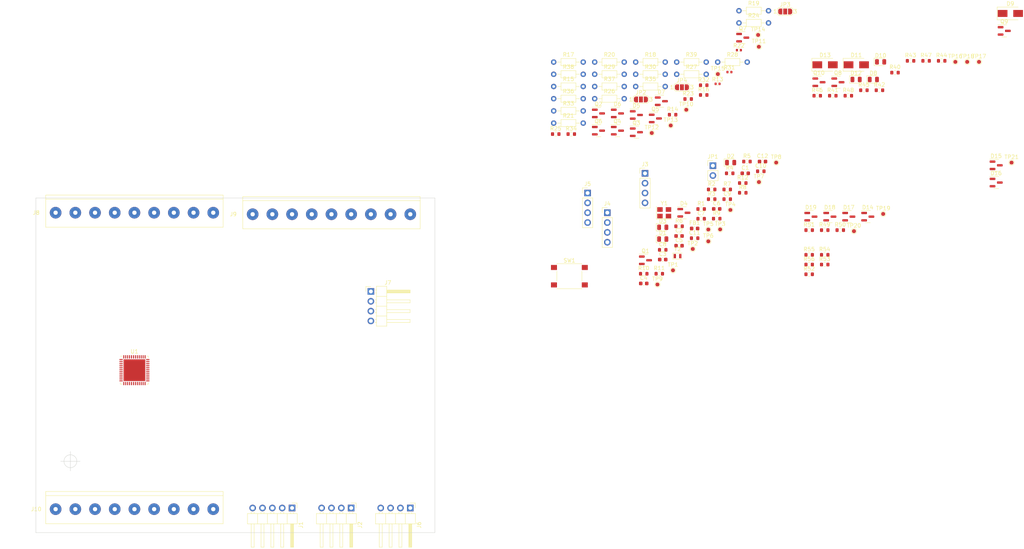
<source format=kicad_pcb>
(kicad_pcb (version 20211014) (generator pcbnew)

  (general
    (thickness 1.6)
  )

  (paper "A4")
  (title_block
    (title "FloatPUMP Basic Boards")
    (date "2022-11-22")
    (rev "1.0")
    (company "www.robtor.de")
  )

  (layers
    (0 "F.Cu" signal)
    (31 "B.Cu" signal)
    (32 "B.Adhes" user "B.Adhesive")
    (33 "F.Adhes" user "F.Adhesive")
    (34 "B.Paste" user)
    (35 "F.Paste" user)
    (36 "B.SilkS" user "B.Silkscreen")
    (37 "F.SilkS" user "F.Silkscreen")
    (38 "B.Mask" user)
    (39 "F.Mask" user)
    (40 "Dwgs.User" user "User.Drawings")
    (41 "Cmts.User" user "User.Comments")
    (42 "Eco1.User" user "User.Eco1")
    (43 "Eco2.User" user "User.Eco2")
    (44 "Edge.Cuts" user)
    (45 "Margin" user)
    (46 "B.CrtYd" user "B.Courtyard")
    (47 "F.CrtYd" user "F.Courtyard")
    (48 "B.Fab" user)
    (49 "F.Fab" user)
    (50 "User.1" user)
    (51 "User.2" user)
    (52 "User.3" user)
    (53 "User.4" user)
    (54 "User.5" user)
    (55 "User.6" user)
    (56 "User.7" user)
    (57 "User.8" user)
    (58 "User.9" user)
  )

  (setup
    (stackup
      (layer "F.SilkS" (type "Top Silk Screen"))
      (layer "F.Paste" (type "Top Solder Paste"))
      (layer "F.Mask" (type "Top Solder Mask") (thickness 0.01))
      (layer "F.Cu" (type "copper") (thickness 0.035))
      (layer "dielectric 1" (type "core") (thickness 1.51) (material "FR4") (epsilon_r 4.5) (loss_tangent 0.02))
      (layer "B.Cu" (type "copper") (thickness 0.035))
      (layer "B.Mask" (type "Bottom Solder Mask") (thickness 0.01))
      (layer "B.Paste" (type "Bottom Solder Paste"))
      (layer "B.SilkS" (type "Bottom Silk Screen"))
      (copper_finish "None")
      (dielectric_constraints no)
    )
    (pad_to_mask_clearance 0)
    (pcbplotparams
      (layerselection 0x00010fc_ffffffff)
      (disableapertmacros false)
      (usegerberextensions false)
      (usegerberattributes true)
      (usegerberadvancedattributes true)
      (creategerberjobfile true)
      (svguseinch false)
      (svgprecision 6)
      (excludeedgelayer true)
      (plotframeref false)
      (viasonmask false)
      (mode 1)
      (useauxorigin false)
      (hpglpennumber 1)
      (hpglpenspeed 20)
      (hpglpendiameter 15.000000)
      (dxfpolygonmode true)
      (dxfimperialunits true)
      (dxfusepcbnewfont true)
      (psnegative false)
      (psa4output false)
      (plotreference true)
      (plotvalue true)
      (plotinvisibletext false)
      (sketchpadsonfab false)
      (subtractmaskfromsilk false)
      (outputformat 1)
      (mirror false)
      (drillshape 1)
      (scaleselection 1)
      (outputdirectory "")
    )
  )

  (net 0 "")
  (net 1 "Net-(C1-Pad1)")
  (net 2 "GND")
  (net 3 "Net-(C2-Pad1)")
  (net 4 "Net-(C3-Pad1)")
  (net 5 "Net-(C4-Pad1)")
  (net 6 "Net-(C5-Pad1)")
  (net 7 "Net-(C6-Pad1)")
  (net 8 "+3V3")
  (net 9 "/VBAT")
  (net 10 "/NRST")
  (net 11 "Net-(D1-Pad1)")
  (net 12 "+3.3V")
  (net 13 "Net-(D2-Pad1)")
  (net 14 "Net-(D3-Pad1)")
  (net 15 "/VB")
  (net 16 "/ADC1_0")
  (net 17 "/ADC1_1")
  (net 18 "/ADC1_2")
  (net 19 "/Output Channels/REL0-")
  (net 20 "Net-(D8-Pad2)")
  (net 21 "+24V")
  (net 22 "/Output Channels/REL1-")
  (net 23 "Net-(D10-Pad2)")
  (net 24 "/Output Channels/REL2-")
  (net 25 "Net-(D12-Pad2)")
  (net 26 "/GPI0")
  (net 27 "/GPI1")
  (net 28 "/GPI2")
  (net 29 "/RRDT")
  (net 30 "/RRCLK")
  (net 31 "/RRSW")
  (net 32 "+5V")
  (net 33 "/I2C1_SDA")
  (net 34 "/I2C1_SCL")
  (net 35 "/supply/GND")
  (net 36 "/supply/3.3V_OUT")
  (net 37 "/supply/5V_OUT")
  (net 38 "/supply/24V_IN")
  (net 39 "Net-(J5-Pad2)")
  (net 40 "Net-(J5-Pad3)")
  (net 41 "Net-(J5-Pad4)")
  (net 42 "/USART1_TX")
  (net 43 "/USART1_RX")
  (net 44 "/SWDIO")
  (net 45 "/SWCLK")
  (net 46 "/Input Channels/SENS0+")
  (net 47 "/Input Channels/SENS1+")
  (net 48 "/Input Channels/SENS2+")
  (net 49 "unconnected-(J8-Pad7)")
  (net 50 "unconnected-(J8-Pad8)")
  (net 51 "unconnected-(J8-Pad9)")
  (net 52 "unconnected-(J9-Pad7)")
  (net 53 "unconnected-(J9-Pad8)")
  (net 54 "unconnected-(J9-Pad9)")
  (net 55 "/gpi_channels/GPIT0")
  (net 56 "/gpi_channels/GPIT1")
  (net 57 "/gpi_channels/GPIT2")
  (net 58 "unconnected-(J10-Pad7)")
  (net 59 "unconnected-(J10-Pad8)")
  (net 60 "unconnected-(J10-Pad9)")
  (net 61 "/BOOT0")
  (net 62 "Net-(JP2-Pad2)")
  (net 63 "Net-(JP2-Pad3)")
  (net 64 "Net-(JP3-Pad2)")
  (net 65 "Net-(JP3-Pad3)")
  (net 66 "Net-(JP4-Pad2)")
  (net 67 "Net-(JP4-Pad3)")
  (net 68 "Net-(R9-Pad2)")
  (net 69 "Net-(LS1-Pad2)")
  (net 70 "Net-(Q2-Pad1)")
  (net 71 "Net-(Q2-Pad3)")
  (net 72 "Net-(R22-Pad2)")
  (net 73 "Net-(Q5-Pad1)")
  (net 74 "Net-(R31-Pad2)")
  (net 75 "Net-(Q7-Pad1)")
  (net 76 "Net-(Q8-Pad1)")
  (net 77 "Net-(Q9-Pad1)")
  (net 78 "Net-(Q10-Pad1)")
  (net 79 "/LED0")
  (net 80 "/LED1")
  (net 81 "/LED2")
  (net 82 "/LED5")
  (net 83 "/LED4")
  (net 84 "/LED3")
  (net 85 "/BEEP")
  (net 86 "/MPWR0")
  (net 87 "/MPWR1")
  (net 88 "/MPWR2")
  (net 89 "/OCHAN0")
  (net 90 "/OCHAN1")
  (net 91 "/OCHAN2")
  (net 92 "/usb_conn/U_D-")
  (net 93 "/USB_FS_DM")
  (net 94 "/usb_conn/U_D+")
  (net 95 "/USB_FS_DP")
  (net 96 "/usb_conn/U_VBUS")
  (net 97 "/USB_FS_VBUS")
  (net 98 "/usb_conn/CC")
  (net 99 "Net-(U1-Pad2)")

  (footprint "Package_TO_SOT_SMD:SOT-23" (layer "F.Cu") (at 175.32 55.03))

  (footprint "Resistor_SMD:R_0402_1005Metric" (layer "F.Cu") (at 204.2 39.9))

  (footprint "Capacitor_SMD:C_0603_1608Metric" (layer "F.Cu") (at 212.73 63))

  (footprint "TestPoint:TestPoint_Pad_D1.0mm" (layer "F.Cu") (at 211.6 30.33))

  (footprint "TestPoint:TestPoint_Pad_D1.0mm" (layer "F.Cu") (at 211.81 68.29))

  (footprint "Package_TO_SOT_SMD:SOT-23" (layer "F.Cu") (at 180.21 50.98))

  (footprint "Resistor_SMD:R_0603_1608Metric" (layer "F.Cu") (at 163.43 55.91))

  (footprint "TestPoint:TestPoint_Pad_D1.0mm" (layer "F.Cu") (at 268.55 37.28))

  (footprint "LED_SMD:LED_0805_2012Metric" (layer "F.Cu") (at 243.18 37.275))

  (footprint "Resistor_SMD:R_0402_1005Metric" (layer "F.Cu") (at 206.64 34.25))

  (footprint "Resistor_SMD:R_0603_1608Metric" (layer "F.Cu") (at 203.63 72.71))

  (footprint "TestPoint:TestPoint_Pad_D1.0mm" (layer "F.Cu") (at 243.84 76.52))

  (footprint "Resistor_SMD:R_0603_1608Metric" (layer "F.Cu") (at 199.62 70.2))

  (footprint "custom_parts:CAMBLOCK CTB0509-9" (layer "F.Cu") (at 30.48 152.7))

  (footprint "Resistor_THT:R_Axial_DIN0204_L3.6mm_D1.6mm_P7.62mm_Horizontal" (layer "F.Cu") (at 169.46 46.78))

  (footprint "Resistor_THT:R_Axial_DIN0204_L3.6mm_D1.6mm_P7.62mm_Horizontal" (layer "F.Cu") (at 169.46 37.33))

  (footprint "Resistor_SMD:R_0603_1608Metric" (layer "F.Cu") (at 226.84 46.01))

  (footprint "Resistor_THT:R_Axial_DIN0204_L3.6mm_D1.6mm_P7.62mm_Horizontal" (layer "F.Cu") (at 158.89 53.08))

  (footprint "TestPoint:TestPoint_Pad_D1.0mm" (layer "F.Cu") (at 201.22 40.43))

  (footprint "Resistor_SMD:R_0603_1608Metric" (layer "F.Cu") (at 228.77 89.58))

  (footprint "Package_TO_SOT_SMD:SOT-23" (layer "F.Cu") (at 207.63 31.03))

  (footprint "Package_TO_SOT_SMD:SOT-23" (layer "F.Cu") (at 227.28 42.53))

  (footprint "Connector_PinHeader_2.54mm:PinHeader_1x04_P2.54mm_Horizontal" (layer "F.Cu") (at 121.92 152.4 -90))

  (footprint "TestPoint:TestPoint_Pad_D1.0mm" (layer "F.Cu") (at 216.26 63.27))

  (footprint "Resistor_SMD:R_0603_1608Metric" (layer "F.Cu") (at 193.56 46.86))

  (footprint "Package_TO_SOT_SMD:SOT-23" (layer "F.Cu") (at 186.65 47.43))

  (footprint "TestPoint:TestPoint_Pad_D1.0mm" (layer "F.Cu") (at 276.94 63.27))

  (footprint "TestPoint:TestPoint_Pad_D1.0mm" (layer "F.Cu") (at 184.18 55.63))

  (footprint "Resistor_THT:R_Axial_DIN0204_L3.6mm_D1.6mm_P7.62mm_Horizontal" (layer "F.Cu") (at 190.6 40.48))

  (footprint "Resistor_SMD:R_0603_1608Metric" (layer "F.Cu") (at 208.72 63))

  (footprint "Resistor_SMD:R_0603_1608Metric" (layer "F.Cu") (at 187 85.78))

  (footprint "Package_TO_SOT_SMD:SOT-23" (layer "F.Cu") (at 272.97 68.42))

  (footprint "Resistor_SMD:R_0603_1608Metric" (layer "F.Cu") (at 224.76 87.07))

  (footprint "TestPoint:TestPoint_Pad_D1.0mm" (layer "F.Cu") (at 211.79 33.38))

  (footprint "Resistor_THT:R_Axial_DIN0204_L3.6mm_D1.6mm_P7.62mm_Horizontal" (layer "F.Cu") (at 180.03 37.33))

  (footprint "TestPoint:TestPoint_Pad_D1.0mm" (layer "F.Cu") (at 204.45 75.49))

  (footprint "Resistor_SMD:R_0603_1608Metric" (layer "F.Cu") (at 224.76 80.7))

  (footprint "Capacitor_SMD:C_0603_1608Metric" (layer "F.Cu") (at 187 88.29))

  (footprint "Resistor_SMD:R_0603_1608Metric" (layer "F.Cu") (at 186.12 91.95))

  (footprint "Crystal:Crystal_SMD_3225-4Pin_3.2x2.5mm" (layer "F.Cu") (at 187.39 76.22))

  (footprint "TestPoint:TestPoint_Pad_D1.0mm" (layer "F.Cu") (at 185.64 94.73))

  (footprint "Crystal:Crystal_SMD_2012-2Pin_2.0x1.2mm" (layer "F.Cu") (at 190.83 87.4))

  (footprint "Package_TO_SOT_SMD:SOT-23" (layer "F.Cu") (at 185.1 51.88))

  (footprint "TestPoint:TestPoint_Pad_D1.0mm" (layer "F.Cu") (at 262.45 37.28))

  (footprint "Package_TO_SOT_SMD:SOT-23" (layer "F.Cu") (at 170.43 50.58))

  (footprint "Resistor_SMD:R_0603_1608Metric" (layer "F.Cu") (at 228.77 87.07))

  (footprint "Capacitor_SMD:C_0603_1608Metric" (layer "F.Cu") (at 182.11 94.46))

  (footprint "Resistor_SMD:R_0603_1608Metric" (layer "F.Cu") (at 207.64 71.06))

  (footprint "TestPoint:TestPoint_Pad_D1.0mm" (layer "F.Cu") (at 189.07 53.69))

  (footprint "Resistor_SMD:R_0603_1608Metric" (layer "F.Cu") (at 204.27 66.04))

  (footprint "Capacitor_SMD:C_0603_1608Metric" (layer "F.Cu") (at 191.22 84.72))

  (footprint "Resistor_SMD:R_0603_1608Metric" (layer "F.Cu") (at 159.42 55.91))

  (footprint "LED_SMD:LED_0805_2012Metric" (layer "F.Cu") (at 187.01 79.965))

  (footprint "Resistor_SMD:R_0603_1608Metric" (layer "F.Cu") (at 189.55 50.91))

  (footprint "Resistor_SMD:R_0603_1608Metric" (layer "F.Cu") (at 254.91 37.01))

  (footprint "TestPoint:TestPoint_Pad_D1.0mm" (layer "F.Cu") (at 193.08 49.64))

  (footprint "Resistor_SMD:R_0603_1608Metric" (layer "F.Cu") (at 196.91 75.25))

  (footprint "Diode_SMD:D_SMA" (layer "F.Cu") (at 228.86 38.03))

  (footprint "Resistor_SMD:R_0603_1608Metric" (layer "F.Cu") (at 246.89 40.05))

  (footprint "Diode_SMD:D_SMA" (layer "F.Cu") (at 276.63 24.78))

  (footprint "Resistor_SMD:R_0603_1608Metric" (layer "F.Cu") (at 232.78 80.7))

  (footprint "TestPoint:TestPoint_Pad_D1.0mm" (layer "F.Cu") (at 198.76 80.54))

  (footprint "LED_SMD:LED_0805_2012Metric" (layer "F.Cu") (at 187.01 83.005))

  (footprint "Package_TO_SOT_SMD:SOT-23" (layer "F.Cu") (at 239.87 77.22))

  (footprint "custom_parts:CAMBLOCK CTB0509-9" (layer "F.Cu") (at 81.28 76.6))

  (footprint "TestPoint:TestPoint_Pad_D1.0mm" (layer "F.Cu") (at 198.76 83.59))

  (footprint "Button_Switch_SMD:SW_Push_1P1T_NO_6x6mm_H9.5mm" (layer "F.Cu")
    (tedit 5CA1CA7F) (tstamp 8c560a8d-32f4-4261-bcad-43c5d4b20f71)
    (at 162.94 92.585)
    (descr "tactile push button, 6x6mm e.g. PTS645xx series, height=9.5mm")
    (tags "tact sw push 6mm smd")
    (property "JLCPCB" "C271750")
    (property "Sheetfile" "FloatPUMP.kicad_sch")
    (property "Sheetname" "")
    (path "/00000000-0000-0000-0000-0000637113ba")
    (attr smd)
    (fp_text reference "SW1" (at 0 -4.05) (layer "F.SilkS")
      (effects (font (size 1 1) (thickness 0.15)))
      (tstamp 7a869e96-04d6-42cc-ba6d-ee3d7ced7f78)
    )
    (fp_text value "Reset" (at 0 4.15) (layer "F.Fab")
      (effects (font (size 1 1) (thickness 0.15)))
      (tstamp 4c76f6da-4a51-454d-a994-01401dd5d90f)
    )
    (fp_text user "${REFERENCE}" (at 0 -4.05) (layer "F.Fab")
      (effects (font (size 1 1) (thickness 0.15)))
      (tstamp 161ab219-56cc-491a-961b-c809b4b2e989)
    )
    (fp_line (start -3.23 3.23) (end -3.23 3.2) (layer "F.SilkS") (width 0.12) (tstamp 0d3f732b-da02-4216-849a-ee86dd261947))
    (fp_line (start -3.23 -3.2) (end -3.23 -3.23) (layer "F.SilkS") (width 0.12) (tstamp 0d8ae0e2-bb7e-49d8-b594-f0db8c4bb639))
    (fp_line (start 3.23 -3.23) (end 3.23 -3.2) (layer "F.SilkS") (width 0.12) (tstamp 11801918-d4a4-4ecc-a41d-b700d7b94040))
    (fp_line (start -3.23 -3.23) (end 3.23 -3.23) (layer "F.SilkS") (width 0.12) (tstamp 22c2d96b-b149-4ce5-b707-9ffd10b4b32e))
    (fp_line (start -3.23 3.23) (end 3.23 3.23) (layer "F.SilkS") (width 0.12) (tstamp 2f4bdc38-6f5f-40a0-829e-7a0c64dede5f))
    (fp_line (start -3.23 -1.3) (end -3.23 1.3) (layer "F.SilkS") (width 0.12) (tstamp 771c5806-3add-4dc4-9bb0-34a87fecdc5d))
    (fp_line (start 3.23 -1.3) (end 3.23 1.3) (layer "F.SilkS") (width 0.12) (tstamp cb5733d6-3c29-40d0-b5be-c9910ccef151))
    (fp_line (start 3.23 3.23) (end 3.23 3.2) (layer "F.SilkS") (width 0.12) (tstamp fb715301-e85f-4a00-ae96-c9ed9495060d))
    (fp_line (start 5 3.25) (end 5 -3.25) (layer "F.CrtYd") (width 0.05) (tstamp 389d4efd-0920-4ccb-86a7-05627e8d1d20))
    (fp_line (start -5 3.25) (end 5 3.25) (layer "F.CrtYd") (width 0.05) (tstamp 39debebe-c280-45dd-be5f-64c6af685ba1))
    (fp_line (start -5 -3.25) (end 5 -3.25) (layer "F.CrtYd") (width 0.05) (tstamp 61886027-5527-49e6-a5b4-c1a2126b04dc))
    (fp_line (start -5 -3.25) (end -5 3.25) (layer "F.CrtYd") (width 0.05) (tstamp 9272ce87-8ebf-440b-ac2b-65a305fb6b20))
    (fp_line (start -3 3) (end 3 3) (layer "F.Fab") (width 0.1) (tstamp 0a580f21-6d70-4a93-8a2b-fab8aade6f74))
    (fp_line (start 3 -3) (end -3 -3) (layer "F.Fab") (width 0.1) (tstamp ba213d2c-3aa2-4868-a490-2edfe685350c))
    (fp_line (start 3 3) (end 3 -3) (layer "F.Fab") (width 0.1) (tstamp cc68ee6b-e09a-4b3e-989b-ccd711bf2108))
    (fp_line (start -3 -3
... [266546 chars truncated]
</source>
